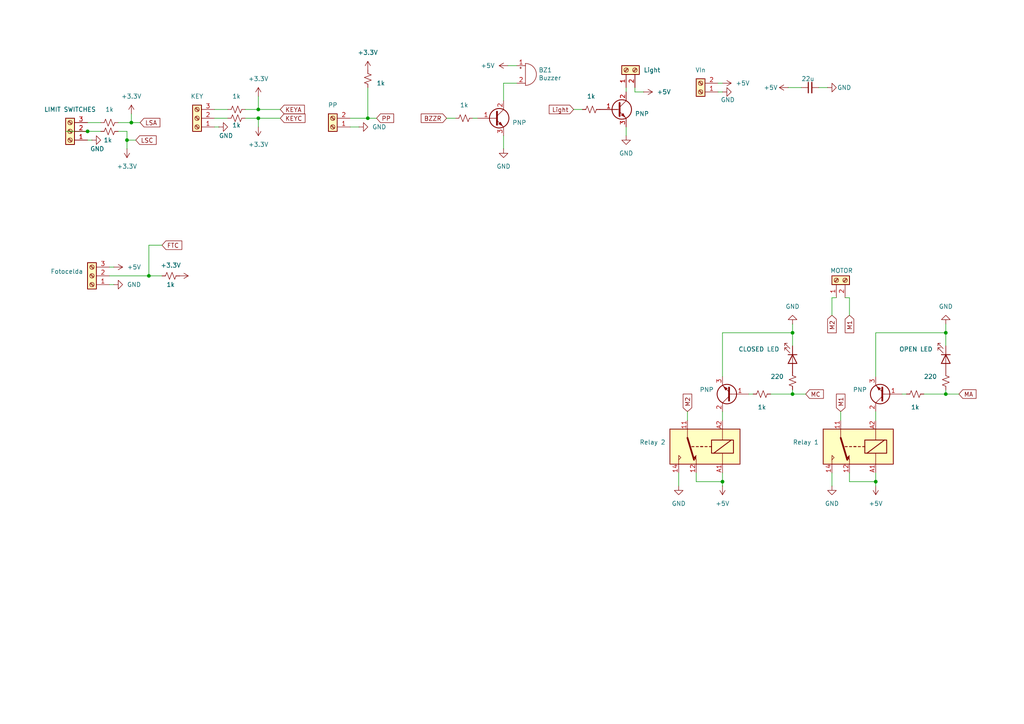
<source format=kicad_sch>
(kicad_sch (version 20231120) (generator "eeschema") (generator_version "8.0")
  (paper "A4")
  (lib_symbols
    (symbol "Connector:Screw_Terminal_01x02" (pin_names (offset 1.016) hide)
      (property "Reference" "J" (at 0 2.54 0))
      (property "Value" "Screw_Terminal_01x02" (at 0 -5.08 0))
      (symbol "Screw_Terminal_01x02_1_1"
        (rectangle (start -1.27 1.27) (end 1.27 -3.81) (stroke (width 0.254)) (fill (type background)))
        (circle (center 0 -2.54) (radius 0.635) (stroke (width 0.1524)))
        (polyline (pts (xy -0.5334 -2.2098) (xy 0.3302 -3.048)) (stroke (width 0.1524)))
        (polyline (pts (xy -0.5334 0.3302) (xy 0.3302 -0.508)) (stroke (width 0.1524)))
        (polyline (pts (xy -0.3556 -2.032) (xy 0.508 -2.8702)) (stroke (width 0.1524)))
        (polyline (pts (xy -0.3556 0.508) (xy 0.508 -0.3302)) (stroke (width 0.1524)))
        (circle (center 0 0) (radius 0.635) (stroke (width 0.1524)))
        (pin passive line (at -5.08 0 0) (length 3.81) (name "Pin_1") (number "1"))
        (pin passive line (at -5.08 -2.54 0) (length 3.81) (name "Pin_2") (number "2"))
      )
    )
    (symbol "Connector:Screw_Terminal_01x03" (pin_names (offset 1.016) hide)
      (property "Reference" "J" (at 0 5.08 0))
      (property "Value" "Screw_Terminal_01x03" (at 0 -5.08 0))
      (symbol "Screw_Terminal_01x03_1_1"
        (rectangle (start -1.27 3.81) (end 1.27 -3.81) (stroke (width 0.254)) (fill (type background)))
        (circle (center 0 -2.54) (radius 0.635) (stroke (width 0.1524)))
        (polyline (pts (xy -0.5334 -2.2098) (xy 0.3302 -3.048)) (stroke (width 0.1524)))
        (polyline (pts (xy -0.5334 0.3302) (xy 0.3302 -0.508)) (stroke (width 0.1524)))
        (polyline (pts (xy -0.5334 2.8702) (xy 0.3302 2.032)) (stroke (width 0.1524)))
        (polyline (pts (xy -0.3556 -2.032) (xy 0.508 -2.8702)) (stroke (width 0.1524)))
        (polyline (pts (xy -0.3556 0.508) (xy 0.508 -0.3302)) (stroke (width 0.1524)))
        (polyline (pts (xy -0.3556 3.048) (xy 0.508 2.2098)) (stroke (width 0.1524)))
        (circle (center 0 0) (radius 0.635) (stroke (width 0.1524)))
        (circle (center 0 2.54) (radius 0.635) (stroke (width 0.1524)))
        (pin passive line (at -5.08 2.54 0) (length 3.81) (name "Pin_1") (number "1"))
        (pin passive line (at -5.08 0 0) (length 3.81) (name "Pin_2") (number "2"))
        (pin passive line (at -5.08 -2.54 0) (length 3.81) (name "Pin_3") (number "3"))
      )
    )
    (symbol "Device:Buzzer" (pin_names (offset 0.0254) hide)
      (property "Reference" "BZ" (at 3.81 1.27 0))
      (property "Value" "Buzzer" (at 3.81 -1.27 0))
      (symbol "Buzzer_0_1"
        (arc (start 0 -3.175) (mid 3.1612 0) (end 0 3.175))
        (polyline (pts (xy -1.651 1.905) (xy -1.143 1.905)))
        (polyline (pts (xy -1.397 2.159) (xy -1.397 1.651)))
        (polyline (pts (xy 0 3.175) (xy 0 -3.175)))
      )
      (symbol "Buzzer_1_1"
        (pin passive line (at -2.54 2.54 0) (length 2.54) (name "+") (number "1"))
        (pin passive line (at -2.54 -2.54 0) (length 2.54) (name "-") (number "2"))
      )
    )
    (symbol "Device:C_Small" (pin_numbers hide) (pin_names (offset 0.254) hide)
      (property "Reference" "C" (at 0.254 1.778 0))
      (property "Value" "C_Small" (at 0.254 -2.032 0))
      (symbol "C_Small_0_1"
        (polyline (pts (xy -1.524 -0.508) (xy 1.524 -0.508)) (stroke (width 0.3302)))
        (polyline (pts (xy -1.524 0.508) (xy 1.524 0.508)) (stroke (width 0.3048)))
      )
      (symbol "C_Small_1_1"
        (pin passive line (at 0 2.54 270) (length 2.032) (name "~") (number "1"))
        (pin passive line (at 0 -2.54 90) (length 2.032) (name "~") (number "2"))
      )
    )
    (symbol "Device:LED" (pin_numbers hide) (pin_names (offset 1.016) hide)
      (property "Reference" "D" (at 0 2.54 0))
      (property "Value" "LED" (at 0 -2.54 0))
      (symbol "LED_0_1"
        (polyline (pts (xy -1.27 -1.27) (xy -1.27 1.27)) (stroke (width 0.254)))
        (polyline (pts (xy -1.27 0) (xy 1.27 0)))
        (polyline (pts (xy 1.27 -1.27) (xy 1.27 1.27) (xy -1.27 0) (xy 1.27 -1.27)) (stroke (width 0.254)))
        (polyline (pts (xy -3.048 -0.762) (xy -4.572 -2.286) (xy -3.81 -2.286) (xy -4.572 -2.286) (xy -4.572 -1.524)))
        (polyline (pts (xy -1.778 -0.762) (xy -3.302 -2.286) (xy -2.54 -2.286) (xy -3.302 -2.286) (xy -3.302 -1.524)))
      )
      (symbol "LED_1_1"
        (pin passive line (at -3.81 0 0) (length 2.54) (name "K") (number "1"))
        (pin passive line (at 3.81 0 180) (length 2.54) (name "A") (number "2"))
      )
    )
    (symbol "Device:R_Small_US" (pin_numbers hide) (pin_names (offset 0.254) hide)
      (property "Reference" "R" (at 0.762 0.508 0))
      (property "Value" "R_Small_US" (at 0.762 -1.016 0))
      (symbol "R_Small_US_1_1"
        (polyline (pts (xy 0 0) (xy 1.016 -0.381) (xy 0 -0.762) (xy -1.016 -1.143) (xy 0 -1.524)))
        (polyline (pts (xy 0 1.524) (xy 1.016 1.143) (xy 0 0.762) (xy -1.016 0.381) (xy 0 0)))
        (pin passive line (at 0 2.54 270) (length 1.016) (name "~") (number "1"))
        (pin passive line (at 0 -2.54 90) (length 1.016) (name "~") (number "2"))
      )
    )
    (symbol "Relay:FINDER-36.11"
      (property "Reference" "K" (at 11.43 3.81 0))
      (property "Value" "FINDER-36.11" (at 11.43 1.27 0))
      (symbol "FINDER-36.11_0_0"
        (polyline (pts (xy 2.54 3.81) (xy 2.54 5.08)))
        (polyline (pts (xy 7.62 3.81) (xy 7.62 5.08)))
        (polyline (pts (xy 7.62 3.81) (xy 7.62 2.54) (xy 6.985 3.175) (xy 7.62 3.81)))
      )
      (symbol "FINDER-36.11_0_1"
        (rectangle (start -10.16 5.08) (end 10.16 -5.08) (stroke (width 0.254)) (fill (type background)))
        (rectangle (start -8.255 1.905) (end -1.905 -1.905) (stroke (width 0.254)))
        (polyline (pts (xy -7.62 -1.905) (xy -2.54 1.905)) (stroke (width 0.254)))
        (polyline (pts (xy -5.08 -5.08) (xy -5.08 -1.905)))
        (polyline (pts (xy -5.08 5.08) (xy -5.08 1.905)))
        (polyline (pts (xy -1.905 0) (xy -1.27 0)) (stroke (width 0.254)))
        (polyline (pts (xy -0.635 0) (xy 0 0)) (stroke (width 0.254)))
        (polyline (pts (xy 0.635 0) (xy 1.27 0)) (stroke (width 0.254)))
        (polyline (pts (xy 0.635 0) (xy 1.27 0)) (stroke (width 0.254)))
        (polyline (pts (xy 1.905 0) (xy 2.54 0)) (stroke (width 0.254)))
        (polyline (pts (xy 3.175 0) (xy 3.81 0)) (stroke (width 0.254)))
        (polyline (pts (xy 5.08 -2.54) (xy 3.175 3.81)) (stroke (width 0.508)))
        (polyline (pts (xy 5.08 -2.54) (xy 5.08 -5.08)))
        (polyline (pts (xy 2.54 2.54) (xy 3.175 3.175) (xy 2.54 3.81)) (fill (type outline)))
      )
      (symbol "FINDER-36.11_1_1"
        (pin passive line (at 5.08 -7.62 90) (length 2.54) (name "~") (number "11"))
        (pin passive line (at 2.54 7.62 270) (length 2.54) (name "~") (number "12"))
        (pin passive line (at 7.62 7.62 270) (length 2.54) (name "~") (number "14"))
        (pin passive line (at -5.08 7.62 270) (length 2.54) (name "~") (number "A1"))
        (pin passive line (at -5.08 -7.62 90) (length 2.54) (name "~") (number "A2"))
      )
    )
    (symbol "Transistor_BJT:PZT2222A" (pin_names (offset 0) hide)
      (property "Reference" "Q" (at 5.08 1.905 0))
      (property "Value" "PZT2222A" (at 5.08 0 0))
      (symbol "PZT2222A_0_1"
        (polyline (pts (xy 0 0) (xy 0.635 0)))
        (polyline (pts (xy 2.54 -2.54) (xy 0.635 -0.635)))
        (polyline (pts (xy 2.54 2.54) (xy 0.635 0.635)))
        (polyline (pts (xy 0.635 1.905) (xy 0.635 -1.905) (xy 0.635 -1.905)) (stroke (width 0.508)))
        (polyline (pts (xy 2.286 -2.286) (xy 1.778 -1.778) (xy 1.778 -1.778)))
        (polyline (pts (xy 1.143 -1.651) (xy 1.651 -1.143) (xy 2.159 -2.159) (xy 1.143 -1.651) (xy 1.143 -1.651)) (fill (type outline)))
        (circle (center 1.27 0) (radius 2.8194) (stroke (width 0.254)))
      )
      (symbol "PZT2222A_1_1"
        (pin input line (at -5.08 0 0) (length 5.08) (name "B") (number "1"))
        (pin passive line (at 2.54 5.08 270) (length 2.54) (name "C") (number "2"))
        (pin passive line (at 2.54 -5.08 90) (length 2.54) (name "E") (number "3"))
      )
    )
    (symbol "power:+3.3V" (power) (pin_numbers hide) (pin_names (offset 0) hide)
      (property "Value" "+3.3V" (at 0 3.556 0))
      (symbol "+3.3V_0_1"
        (polyline (pts (xy -0.762 1.27) (xy 0 2.54)))
        (polyline (pts (xy 0 0) (xy 0 2.54)))
        (polyline (pts (xy 0 2.54) (xy 0.762 1.27)))
      )
      (symbol "+3.3V_1_1"
        (pin power_in line (at 0 0 90) (length 0) (name "~") (number "1"))
      )
    )
    (symbol "power:+5V" (power) (pin_numbers hide) (pin_names (offset 0) hide)
      (property "Value" "+5V" (at 0 3.556 0))
      (symbol "+5V_0_1"
        (polyline (pts (xy -0.762 1.27) (xy 0 2.54)))
        (polyline (pts (xy 0 0) (xy 0 2.54)))
        (polyline (pts (xy 0 2.54) (xy 0.762 1.27)))
      )
      (symbol "+5V_1_1"
        (pin power_in line (at 0 0 90) (length 0) (name "~") (number "1"))
      )
    )
    (symbol "power:GND" (power) (pin_numbers hide) (pin_names (offset 0) hide)
      (property "Value" "GND" (at 0 -3.81 0))
      (symbol "GND_0_1"
        (polyline (pts (xy 0 0) (xy 0 -1.27) (xy 1.27 -1.27) (xy 0 -2.54) (xy -1.27 -1.27) (xy 0 -1.27)))
      )
      (symbol "GND_1_1"
        (pin power_in line (at 0 0 270) (length 0) (name "~") (number "1"))
      )
    )
  )
  (junction (at 38.1 35.56))
  (junction (at 274.32 114.3))
  (junction (at 74.93 34.29))
  (junction (at 229.87 96.52))
  (junction (at 274.32 96.52))
  (junction (at 36.83 40.64))
  (junction (at 74.93 31.75))
  (junction (at 25.4 38.1))
  (junction (at 106.68 34.29))
  (junction (at 254 139.7))
  (junction (at 209.55 139.7))
  (junction (at 43.18 80.01))
  (junction (at 229.87 114.3))
  (wire (pts (xy 241.3 86.36) (xy 241.3 91.44)))
  (wire (pts (xy 34.29 38.1) (xy 36.83 38.1)))
  (wire (pts (xy 43.18 71.12) (xy 43.18 80.01)))
  (wire (pts (xy 25.4 38.1) (xy 29.21 38.1)))
  (wire (pts (xy 199.39 121.92) (xy 199.39 119.38)))
  (wire (pts (xy 101.6 34.29) (xy 106.68 34.29)))
  (wire (pts (xy 218.44 114.3) (xy 217.17 114.3)))
  (wire (pts (xy 241.3 140.97) (xy 241.3 137.16)))
  (wire (pts (xy 146.05 24.13) (xy 149.86 24.13)))
  (wire (pts (xy 62.23 36.83) (xy 63.5 36.83)))
  (wire (pts (xy 254 137.16) (xy 254 139.7)))
  (wire (pts (xy 74.93 31.75) (xy 81.28 31.75)))
  (wire (pts (xy 181.61 25.4) (xy 181.61 26.67)))
  (wire (pts (xy 229.87 113.03) (xy 229.87 114.3)))
  (wire (pts (xy 25.4 35.56) (xy 29.21 35.56)))
  (wire (pts (xy 274.32 114.3) (xy 278.13 114.3)))
  (wire (pts (xy 228.6 25.4) (xy 232.41 25.4)))
  (wire (pts (xy 184.15 26.67) (xy 186.69 26.67)))
  (wire (pts (xy 129.54 34.29) (xy 132.08 34.29)))
  (wire (pts (xy 229.87 96.52) (xy 229.87 93.98)))
  (wire (pts (xy 274.32 113.03) (xy 274.32 114.3)))
  (wire (pts (xy 31.75 82.55) (xy 33.02 82.55)))
  (wire (pts (xy 74.93 31.75) (xy 71.12 31.75)))
  (wire (pts (xy 209.55 96.52) (xy 229.87 96.52)))
  (wire (pts (xy 71.12 34.29) (xy 74.93 34.29)))
  (wire (pts (xy 229.87 114.3) (xy 233.68 114.3)))
  (wire (pts (xy 146.05 29.21) (xy 146.05 24.13)))
  (wire (pts (xy 274.32 100.33) (xy 274.32 96.52)))
  (wire (pts (xy 209.55 24.13) (xy 208.28 24.13)))
  (wire (pts (xy 62.23 31.75) (xy 66.04 31.75)))
  (wire (pts (xy 242.57 86.36) (xy 241.3 86.36)))
  (wire (pts (xy 74.93 34.29) (xy 74.93 36.83)))
  (wire (pts (xy 254 96.52) (xy 274.32 96.52)))
  (wire (pts (xy 146.05 39.37) (xy 146.05 43.18)))
  (wire (pts (xy 74.93 34.29) (xy 81.28 34.29)))
  (wire (pts (xy 209.55 139.7) (xy 209.55 140.97)))
  (wire (pts (xy 246.38 86.36) (xy 245.11 86.36)))
  (wire (pts (xy 31.75 80.01) (xy 43.18 80.01)))
  (wire (pts (xy 101.6 36.83) (xy 104.14 36.83)))
  (wire (pts (xy 196.85 140.97) (xy 196.85 137.16)))
  (wire (pts (xy 36.83 40.64) (xy 39.37 40.64)))
  (wire (pts (xy 201.93 139.7) (xy 209.55 139.7)))
  (wire (pts (xy 106.68 25.4) (xy 106.68 34.29)))
  (wire (pts (xy 223.52 114.3) (xy 229.87 114.3)))
  (wire (pts (xy 254 119.38) (xy 254 121.92)))
  (wire (pts (xy 208.28 26.67) (xy 209.55 26.67)))
  (wire (pts (xy 38.1 33.02) (xy 38.1 35.56)))
  (wire (pts (xy 229.87 100.33) (xy 229.87 96.52)))
  (wire (pts (xy 262.89 114.3) (xy 261.62 114.3)))
  (wire (pts (xy 36.83 40.64) (xy 36.83 43.18)))
  (wire (pts (xy 19.05 38.1) (xy 25.4 38.1)))
  (wire (pts (xy 246.38 139.7) (xy 254 139.7)))
  (wire (pts (xy 243.84 121.92) (xy 243.84 119.38)))
  (wire (pts (xy 237.49 25.4) (xy 240.03 25.4)))
  (wire (pts (xy 106.68 34.29) (xy 109.22 34.29)))
  (wire (pts (xy 43.18 80.01) (xy 46.99 80.01)))
  (wire (pts (xy 36.83 38.1) (xy 36.83 40.64)))
  (wire (pts (xy 25.4 40.64) (xy 26.67 40.64)))
  (wire (pts (xy 201.93 137.16) (xy 201.93 139.7)))
  (wire (pts (xy 147.32 19.05) (xy 149.86 19.05)))
  (wire (pts (xy 254 96.52) (xy 254 109.22)))
  (wire (pts (xy 184.15 25.4) (xy 184.15 26.67)))
  (wire (pts (xy 34.29 35.56) (xy 38.1 35.56)))
  (wire (pts (xy 46.99 71.12) (xy 43.18 71.12)))
  (wire (pts (xy 62.23 34.29) (xy 66.04 34.29)))
  (wire (pts (xy 209.55 137.16) (xy 209.55 139.7)))
  (wire (pts (xy 246.38 86.36) (xy 246.38 91.44)))
  (wire (pts (xy 209.55 119.38) (xy 209.55 121.92)))
  (wire (pts (xy 166.37 31.75) (xy 168.91 31.75)))
  (wire (pts (xy 181.61 36.83) (xy 181.61 39.37)))
  (wire (pts (xy 137.16 34.29) (xy 138.43 34.29)))
  (wire (pts (xy 38.1 35.56) (xy 40.64 35.56)))
  (wire (pts (xy 33.02 77.47) (xy 31.75 77.47)))
  (wire (pts (xy 267.97 114.3) (xy 274.32 114.3)))
  (wire (pts (xy 274.32 96.52) (xy 274.32 93.98)))
  (wire (pts (xy 246.38 137.16) (xy 246.38 139.7)))
  (wire (pts (xy 209.55 96.52) (xy 209.55 109.22)))
  (wire (pts (xy 74.93 27.94) (xy 74.93 31.75)))
  (wire (pts (xy 254 139.7) (xy 254 140.97)))
  (global_label "LSA" (shape input) (at 40.64 35.56 0) (property "Intersheetrefs" "${INTERSHEET_REFS}" (effects (hide yes))))
  (global_label "MC" (shape input) (at 233.68 114.3 0) (property "Intersheetrefs" "${INTERSHEET_REFS}" (effects (hide yes))))
  (global_label "KEYC" (shape input) (at 81.28 34.29 0) (property "Intersheetrefs" "${INTERSHEET_REFS}" (effects (hide yes))))
  (global_label "Light" (shape input) (at 166.37 31.75 180) (property "Intersheetrefs" "${INTERSHEET_REFS}" (effects (hide yes))))
  (global_label "FTC" (shape input) (at 46.99 71.12 0) (property "Intersheetrefs" "${INTERSHEET_REFS}" (effects (hide yes))))
  (global_label "M1" (shape input) (at 246.38 91.44 270) (property "Intersheetrefs" "${INTERSHEET_REFS}" (effects (hide yes))))
  (global_label "PP" (shape input) (at 109.22 34.29 0) (property "Intersheetrefs" "${INTERSHEET_REFS}" (effects (hide yes))))
  (global_label "M1" (shape input) (at 243.84 119.38 90) (property "Intersheetrefs" "${INTERSHEET_REFS}" (effects (hide yes))))
  (global_label "LSC" (shape input) (at 39.37 40.64 0) (property "Intersheetrefs" "${INTERSHEET_REFS}" (effects (hide yes))))
  (global_label "BZZR" (shape input) (at 129.54 34.29 180) (property "Intersheetrefs" "${INTERSHEET_REFS}" (effects (hide yes))))
  (global_label "KEYA" (shape input) (at 81.28 31.75 0) (property "Intersheetrefs" "${INTERSHEET_REFS}" (effects (hide yes))))
  (global_label "M2" (shape input) (at 199.39 119.38 90) (property "Intersheetrefs" "${INTERSHEET_REFS}" (effects (hide yes))))
  (global_label "MA" (shape input) (at 278.13 114.3 0) (property "Intersheetrefs" "${INTERSHEET_REFS}" (effects (hide yes))))
  (global_label "M2" (shape input) (at 241.3 91.44 270) (property "Intersheetrefs" "${INTERSHEET_REFS}" (effects (hide yes))))
  (symbol (lib_id "Device:R_Small_US") (at 68.58 31.75 90) (unit 1)
    (property "Reference" "R3" (effects (hide yes)))
    (property "Value" "1k" (at 68.58 27.94 90))
    (property "Footprint" "Resistor_SMD:R_0402_1005Metric" (effects (hide yes)))
    (property "Description" "Resistor, small US symbol" (effects (hide yes)))
  )
  (symbol (lib_id "Transistor_BJT:PZT2222A") (at 179.07 31.75 0) (unit 1)
    (property "Reference" "Q2" (effects (hide yes)))
    (property "Value" "PNP" (at 184.15 33.0199 0) (effects (justify left)))
    (property "Footprint" "Package_TO_SOT_SMD:SOT-223-3_TabPin2" (effects (hide yes)))
    (property "Datasheet" "https://www.onsemi.com/pub/Collateral/PN2222-D.PDF" (effects (hide yes)))
    (property "Description" "1A Ic, 40V Vce, NPN Transistor, General Purpose Transistor, SOT-223" (effects (hide yes)))
  )
  (symbol (lib_id "Device:LED") (at 229.87 104.14 270) (unit 1)
    (property "Reference" "D1" (effects (hide yes)))
    (property "Value" "CLOSED LED" (at 226.06 101.2826 90) (effects (justify right)))
    (property "Footprint" "LED_SMD:LED_0402_1005Metric" (effects (hide yes)))
    (property "Description" "Light emitting diode" (effects (hide yes)))
  )
  (symbol (lib_id "Relay:FINDER-36.11") (at 204.47 129.54 180) (unit 1)
    (property "Reference" "K1" (effects (hide yes)))
    (property "Value" "Relay 2" (at 193.04 128.2701 0) (effects (justify left)))
    (property "Footprint" "Relay_THT:Relay_SPDT_Finder_36.11" (effects (hide yes)))
    (property "Datasheet" "https://gfinder.findernet.com/public/attachments/36/EN/S36EN.pdf" (effects (hide yes)))
  )
  (symbol (lib_id "power:GND") (at 240.03 25.4 90) (unit 1)
    (property "Reference" "#PWR16" (effects (hide yes)))
    (property "Value" "GND" (at 244.856 25.4 90))
    (property "Description" "Power symbol creates a global label with name \"GND\" , ground" (effects (hide yes)))
  )
  (symbol (lib_id "Device:R_Small_US") (at 274.32 110.49 0) (unit 1)
    (property "Reference" "R12" (effects (hide yes)))
    (property "Value" "220" (at 271.78 109.2201 0) (effects (justify right)))
    (property "Footprint" "Resistor_SMD:R_0402_1005Metric" (effects (hide yes)))
    (property "Description" "Resistor, small US symbol" (effects (hide yes)))
  )
  (symbol (lib_id "power:+5V") (at 186.69 26.67 270) (unit 1)
    (property "Reference" "#PWR11" (effects (hide yes)))
    (property "Value" "+5V" (at 190.5 26.6699 90) (effects (justify left)))
    (property "Description" "Power symbol creates a global label with name \"+5V\"" (effects (hide yes)))
  )
  (symbol (lib_id "Device:R_Small_US") (at 134.62 34.29 90) (unit 1)
    (property "Reference" "R6" (effects (hide yes)))
    (property "Value" "1k" (at 134.62 30.48 90))
    (property "Footprint" "Resistor_SMD:R_0402_1005Metric" (effects (hide yes)))
    (property "Description" "Resistor, small US symbol" (effects (hide yes)))
  )
  (symbol (lib_id "power:GND") (at 274.32 93.98 180) (unit 1)
    (property "Reference" "#PWR25" (effects (hide yes)))
    (property "Value" "GND" (at 274.32 88.9 0))
    (property "Description" "Power symbol creates a global label with name \"GND\" , ground" (effects (hide yes)))
  )
  (symbol (lib_id "Transistor_BJT:PZT2222A") (at 256.54 114.3 180) (unit 1)
    (property "Reference" "Q4" (effects (hide yes)))
    (property "Value" "PNP" (at 251.46 113.0301 0) (effects (justify left)))
    (property "Footprint" "Package_TO_SOT_SMD:SOT-223-3_TabPin2" (effects (hide yes)))
    (property "Datasheet" "https://www.onsemi.com/pub/Collateral/PN2222-D.PDF" (effects (hide yes)))
    (property "Description" "1A Ic, 40V Vce, NPN Transistor, General Purpose Transistor, SOT-223" (effects (hide yes)))
  )
  (symbol (lib_id "power:GND") (at 196.85 140.97 0) (unit 1)
    (property "Reference" "#PWR23" (effects (hide yes)))
    (property "Value" "GND" (at 196.85 146.05 0))
    (property "Description" "Power symbol creates a global label with name \"GND\" , ground" (effects (hide yes)))
  )
  (symbol (lib_id "Relay:FINDER-36.11") (at 248.92 129.54 180) (unit 1)
    (property "Reference" "K2" (effects (hide yes)))
    (property "Value" "Relay 1" (at 237.49 128.2701 0) (effects (justify left)))
    (property "Footprint" "Relay_THT:Relay_SPDT_Finder_36.11" (effects (hide yes)))
    (property "Datasheet" "https://gfinder.findernet.com/public/attachments/36/EN/S36EN.pdf" (effects (hide yes)))
  )
  (symbol (lib_id "power:+5V") (at 33.02 77.47 270) (unit 1)
    (property "Reference" "#PWR18" (effects (hide yes)))
    (property "Value" "+5V" (at 36.83 77.4699 90) (effects (justify left)))
    (property "Description" "Power symbol creates a global label with name \"+5V\"" (effects (hide yes)))
  )
  (symbol (lib_id "Connector:Screw_Terminal_01x02") (at 203.2 26.67 180) (unit 1)
    (property "Reference" "J6" (effects (hide yes)))
    (property "Value" "VIn" (at 203.2 20.32 0))
    (property "Footprint" "TerminalBlock:TerminalBlock_bornier-2_P5.08mm" (effects (hide yes)))
    (property "Description" "Generic screw terminal, single row, 01x02, script generated (kicad-library-utils/schlib/autogen/connector/)" (effects (hide yes)))
  )
  (symbol (lib_id "power:GND") (at 229.87 93.98 180) (unit 1)
    (property "Reference" "#PWR20" (effects (hide yes)))
    (property "Value" "GND" (at 229.87 88.9 0))
    (property "Description" "Power symbol creates a global label with name \"GND\" , ground" (effects (hide yes)))
  )
  (symbol (lib_id "power:+3.3V") (at 36.83 43.18 180) (unit 1)
    (property "Reference" "#PWR3" (effects (hide yes)))
    (property "Value" "+3.3V" (at 36.83 48.26 0))
    (property "Description" "Power symbol creates a global label with name \"+3.3V\"" (effects (hide yes)))
  )
  (symbol (lib_id "Device:R_Small_US") (at 171.45 31.75 90) (unit 1)
    (property "Reference" "R7" (effects (hide yes)))
    (property "Value" "1k" (at 171.45 27.94 90))
    (property "Footprint" "Resistor_SMD:R_0402_1005Metric" (effects (hide yes)))
    (property "Description" "Resistor, small US symbol" (effects (hide yes)))
  )
  (symbol (lib_id "Transistor_BJT:PZT2222A") (at 212.09 114.3 180) (unit 1)
    (property "Reference" "Q3" (effects (hide yes)))
    (property "Value" "PNP" (at 207.01 113.0301 0) (effects (justify left)))
    (property "Footprint" "Package_TO_SOT_SMD:SOT-223-3_TabPin2" (effects (hide yes)))
    (property "Datasheet" "https://www.onsemi.com/pub/Collateral/PN2222-D.PDF" (effects (hide yes)))
    (property "Description" "1A Ic, 40V Vce, NPN Transistor, General Purpose Transistor, SOT-223" (effects (hide yes)))
  )
  (symbol (lib_id "Connector:Screw_Terminal_01x02") (at 242.57 81.28 90) (unit 1)
    (property "Reference" "J5" (effects (hide yes)))
    (property "Value" "MOTOR" (at 244.094 78.486 90))
    (property "Footprint" "TerminalBlock:TerminalBlock_bornier-2_P5.08mm" (effects (hide yes)))
    (property "Description" "Generic screw terminal, single row, 01x02, script generated (kicad-library-utils/schlib/autogen/connector/)" (effects (hide yes)))
  )
  (symbol (lib_id "power:+5V") (at 254 140.97 180) (unit 1)
    (property "Reference" "#PWR24" (effects (hide yes)))
    (property "Value" "+5V" (at 254 146.05 0))
    (property "Description" "Power symbol creates a global label with name \"+5V\"" (effects (hide yes)))
  )
  (symbol (lib_id "Device:R_Small_US") (at 229.87 110.49 0) (unit 1)
    (property "Reference" "R9" (effects (hide yes)))
    (property "Value" "220" (at 227.33 109.2201 0) (effects (justify right)))
    (property "Footprint" "Resistor_SMD:R_0402_1005Metric" (effects (hide yes)))
    (property "Description" "Resistor, small US symbol" (effects (hide yes)))
  )
  (symbol (lib_id "power:GND") (at 63.5 36.83 90) (unit 1)
    (property "Reference" "#PWR4" (effects (hide yes)))
    (property "Value" "GND" (at 63.5 39.37 90) (effects (justify right)))
    (property "Description" "Power symbol creates a global label with name \"GND\" , ground" (effects (hide yes)))
  )
  (symbol (lib_id "Connector:Screw_Terminal_01x02") (at 96.52 36.83 180) (unit 1)
    (property "Reference" "J3" (effects (hide yes)))
    (property "Value" "PP" (at 96.52 30.48 0))
    (property "Footprint" "TerminalBlock:TerminalBlock_bornier-2_P5.08mm" (effects (hide yes)))
    (property "Description" "Generic screw terminal, single row, 01x02, script generated (kicad-library-utils/schlib/autogen/connector/)" (effects (hide yes)))
  )
  (symbol (lib_id "Connector:Screw_Terminal_01x02") (at 181.61 20.32 90) (unit 1)
    (property "Reference" "J4" (effects (hide yes)))
    (property "Value" "Light" (at 186.69 20.3199 90) (effects (justify right)))
    (property "Footprint" "TerminalBlock:TerminalBlock_bornier-2_P5.08mm" (effects (hide yes)))
    (property "Description" "Generic screw terminal, single row, 01x02, script generated (kicad-library-utils/schlib/autogen/connector/)" (effects (hide yes)))
  )
  (symbol (lib_id "power:GND") (at 181.61 39.37 0) (unit 1)
    (property "Reference" "#PWR12" (effects (hide yes)))
    (property "Value" "GND" (at 181.61 44.45 0))
    (property "Description" "Power symbol creates a global label with name \"GND\" , ground" (effects (hide yes)))
  )
  (symbol (lib_id "power:GND") (at 209.55 26.67 90) (unit 1)
    (property "Reference" "#PWR14" (effects (hide yes)))
    (property "Value" "GND" (at 211.074 28.956 90))
    (property "Description" "Power symbol creates a global label with name \"GND\" , ground" (effects (hide yes)))
  )
  (symbol (lib_id "Device:R_Small_US") (at 220.98 114.3 270) (unit 1)
    (property "Reference" "R10" (effects (hide yes)))
    (property "Value" "1k" (at 220.98 118.11 90))
    (property "Footprint" "Resistor_SMD:R_0402_1005Metric" (effects (hide yes)))
    (property "Description" "Resistor, small US symbol" (effects (hide yes)))
  )
  (symbol (lib_id "power:+5V") (at 147.32 19.05 90) (unit 1)
    (property "Reference" "#PWR9" (effects (hide yes)))
    (property "Value" "+5V" (at 143.51 19.0499 90) (effects (justify left)))
    (property "Description" "Power symbol creates a global label with name \"+5V\"" (effects (hide yes)))
  )
  (symbol (lib_id "power:+3.3V") (at 38.1 33.02 0) (unit 1)
    (property "Reference" "#PWR2" (effects (hide yes)))
    (property "Value" "+3.3V" (at 38.1 27.94 0))
    (property "Description" "Power symbol creates a global label with name \"+3.3V\"" (effects (hide yes)))
  )
  (symbol (lib_id "Connector:Screw_Terminal_01x03") (at 57.15 34.29 180) (unit 1)
    (property "Reference" "J2" (effects (hide yes)))
    (property "Value" "KEY" (at 57.15 27.94 0))
    (property "Footprint" "TerminalBlock:TerminalBlock_bornier-3_P5.08mm" (effects (hide yes)))
    (property "Description" "Generic screw terminal, single row, 01x03, script generated (kicad-library-utils/schlib/autogen/connector/)" (effects (hide yes)))
  )
  (symbol (lib_id "Connector:Screw_Terminal_01x03") (at 20.32 38.1 180) (unit 1)
    (property "Reference" "J1" (effects (hide yes)))
    (property "Value" "LIMIT SWITCHES" (at 20.32 31.75 0))
    (property "Footprint" "TerminalBlock:TerminalBlock_bornier-3_P5.08mm" (effects (hide yes)))
    (property "Description" "Generic screw terminal, single row, 01x03, script generated (kicad-library-utils/schlib/autogen/connector/)" (effects (hide yes)))
  )
  (symbol (lib_id "power:+5V") (at 228.6 25.4 90) (unit 1)
    (property "Reference" "#PWR15" (effects (hide yes)))
    (property "Value" "+5V" (at 223.52 25.4 90))
    (property "Description" "Power symbol creates a global label with name \"+5V\"" (effects (hide yes)))
  )
  (symbol (lib_id "Device:LED") (at 274.32 104.14 270) (unit 1)
    (property "Reference" "D2" (effects (hide yes)))
    (property "Value" "OPEN LED" (at 270.51 101.2826 90) (effects (justify right)))
    (property "Footprint" "LED_SMD:LED_0402_1005Metric" (effects (hide yes)))
    (property "Description" "Light emitting diode" (effects (hide yes)))
  )
  (symbol (lib_id "power:GND") (at 104.14 36.83 90) (unit 1)
    (property "Reference" "#PWR7" (effects (hide yes)))
    (property "Value" "GND" (at 107.95 36.8299 90) (effects (justify right)))
    (property "Description" "Power symbol creates a global label with name \"GND\" , ground" (effects (hide yes)))
  )
  (symbol (lib_id "Device:Buzzer") (at 152.4 21.59 0) (unit 1)
    (property "Reference" "BZ1" (at 156.21 20.3199 0) (effects (justify left)))
    (property "Value" "Buzzer" (at 156.21 22.606 0) (effects (justify left)))
    (property "Footprint" "Buzzer_Beeper:Buzzer_CUI_CPT-9019S-SMT" (effects (hide yes)))
    (property "Description" "Buzzer, polarized" (effects (hide yes)))
  )
  (symbol (lib_id "Device:C_Small") (at 234.95 25.4 90) (unit 1)
    (property "Reference" "C1" (effects (hide yes)))
    (property "Value" "22u" (at 236.2262 22.86 90) (effects (justify left)))
    (property "Footprint" "Capacitor_SMD:C_0402_1005Metric" (effects (hide yes)))
    (property "Description" "Unpolarized capacitor, small symbol" (effects (hide yes)))
  )
  (symbol (lib_id "power:GND") (at 146.05 43.18 0) (unit 1)
    (property "Reference" "#PWR10" (effects (hide yes)))
    (property "Value" "GND" (at 146.05 48.26 0))
    (property "Description" "Power symbol creates a global label with name \"GND\" , ground" (effects (hide yes)))
  )
  (symbol (lib_id "power:+3.3V") (at 74.93 27.94 0) (unit 1)
    (property "Reference" "#PWR5" (effects (hide yes)))
    (property "Value" "+3.3V" (at 74.93 22.86 0))
    (property "Description" "Power symbol creates a global label with name \"+3.3V\"" (effects (hide yes)))
  )
  (symbol (lib_id "power:+5V") (at 209.55 140.97 180) (unit 1)
    (property "Reference" "#PWR21" (effects (hide yes)))
    (property "Value" "+5V" (at 209.55 146.05 0))
    (property "Description" "Power symbol creates a global label with name \"+5V\"" (effects (hide yes)))
  )
  (symbol (lib_id "power:GND") (at 241.3 140.97 0) (unit 1)
    (property "Reference" "#PWR22" (effects (hide yes)))
    (property "Value" "GND" (at 241.3 146.05 0))
    (property "Description" "Power symbol creates a global label with name \"GND\" , ground" (effects (hide yes)))
  )
  (symbol (lib_id "power:GND") (at 26.67 40.64 90) (unit 1)
    (property "Reference" "#PWR1" (effects (hide yes)))
    (property "Value" "GND" (at 26.162 43.18 90) (effects (justify right)))
    (property "Description" "Power symbol creates a global label with name \"GND\" , ground" (effects (hide yes)))
  )
  (symbol (lib_id "power:+3.3V") (at 106.68 20.32 0) (unit 1)
    (property "Reference" "#PWR8" (effects (hide yes)))
    (property "Value" "+3.3V" (at 106.68 15.24 0))
    (property "Description" "Power symbol creates a global label with name \"+3.3V\"" (effects (hide yes)))
  )
  (symbol (lib_id "Device:R_Small_US") (at 106.68 22.86 0) (unit 1)
    (property "Reference" "R5" (effects (hide yes)))
    (property "Value" "1k" (at 109.22 24.1299 0) (effects (justify left)))
    (property "Footprint" "Resistor_SMD:R_0402_1005Metric" (effects (hide yes)))
    (property "Description" "Resistor, small US symbol" (effects (hide yes)))
  )
  (symbol (lib_id "power:+3.3V") (at 52.07 80.01 270) (unit 1)
    (property "Reference" "#PWR19" (effects (hide yes)))
    (property "Value" "+3.3V" (at 49.53 76.962 90))
    (property "Description" "Power symbol creates a global label with name \"+3.3V\"" (effects (hide yes)))
  )
  (symbol (lib_id "power:GND") (at 33.02 82.55 90) (unit 1)
    (property "Reference" "#PWR17" (effects (hide yes)))
    (property "Value" "GND" (at 36.83 82.5499 90) (effects (justify right)))
    (property "Description" "Power symbol creates a global label with name \"GND\" , ground" (effects (hide yes)))
  )
  (symbol (lib_id "Device:R_Small_US") (at 265.43 114.3 270) (unit 1)
    (property "Reference" "R11" (effects (hide yes)))
    (property "Value" "1k" (at 265.43 118.11 90))
    (property "Footprint" "Resistor_SMD:R_0402_1005Metric" (effects (hide yes)))
    (property "Description" "Resistor, small US symbol" (effects (hide yes)))
  )
  (symbol (lib_id "power:+3.3V") (at 74.93 36.83 180) (unit 1)
    (property "Reference" "#PWR6" (effects (hide yes)))
    (property "Value" "+3.3V" (at 74.93 41.91 0))
    (property "Description" "Power symbol creates a global label with name \"+3.3V\"" (effects (hide yes)))
  )
  (symbol (lib_id "Connector:Screw_Terminal_01x03") (at 26.67 80.01 180) (unit 1)
    (property "Reference" "J7" (effects (hide yes)))
    (property "Value" "Fotocelda" (at 24.13 78.7401 0) (effects (justify left)))
    (property "Footprint" "TerminalBlock:TerminalBlock_bornier-3_P5.08mm" (effects (hide yes)))
    (property "Description" "Generic screw terminal, single row, 01x03, script generated (kicad-library-utils/schlib/autogen/connector/)" (effects (hide yes)))
  )
  (symbol (lib_id "Transistor_BJT:PZT2222A") (at 143.51 34.29 0) (unit 1)
    (property "Reference" "Q1" (effects (hide yes)))
    (property "Value" "PNP" (at 148.59 35.5599 0) (effects (justify left)))
    (property "Footprint" "Package_TO_SOT_SMD:SOT-223-3_TabPin2" (effects (hide yes)))
    (property "Datasheet" "https://www.onsemi.com/pub/Collateral/PN2222-D.PDF" (effects (hide yes)))
    (property "Description" "1A Ic, 40V Vce, NPN Transistor, General Purpose Transistor, SOT-223" (effects (hide yes)))
  )
  (symbol (lib_id "Device:R_Small_US") (at 31.75 35.56 90) (unit 1)
    (property "Reference" "R1" (effects (hide yes)))
    (property "Value" "1k" (at 31.75 31.75 90))
    (property "Footprint" "Resistor_SMD:R_0402_1005Metric" (effects (hide yes)))
    (property "Description" "Resistor, small US symbol" (effects (hide yes)))
  )
  (symbol (lib_id "Device:R_Small_US") (at 68.58 34.29 270) (unit 1)
    (property "Reference" "R4" (effects (hide yes)))
    (property "Value" "1k" (at 68.58 36.322 90))
    (property "Footprint" "Resistor_SMD:R_0402_1005Metric" (effects (hide yes)))
    (property "Description" "Resistor, small US symbol" (effects (hide yes)))
  )
  (symbol (lib_id "Device:R_Small_US") (at 49.53 80.01 270) (unit 1)
    (property "Reference" "R8" (effects (hide yes)))
    (property "Value" "1k" (at 48.2601 82.55 90) (effects (justify left)))
    (property "Footprint" "Resistor_SMD:R_0402_1005Metric" (effects (hide yes)))
    (property "Description" "Resistor, small US symbol" (effects (hide yes)))
  )
  (symbol (lib_id "Device:R_Small_US") (at 31.75 38.1 90) (unit 1)
    (property "Reference" "R2" (effects (hide yes)))
    (property "Value" "1k" (at 32.512 40.64 90) (effects (justify left)))
    (property "Footprint" "Resistor_SMD:R_0402_1005Metric" (effects (hide yes)))
    (property "Description" "Resistor, small US symbol" (effects (hide yes)))
  )
  (symbol (lib_id "power:+5V") (at 209.55 24.13 270) (unit 1)
    (property "Reference" "#PWR13" (effects (hide yes)))
    (property "Value" "+5V" (at 213.36 24.1299 90) (effects (justify left)))
    (property "Description" "Power symbol creates a global label with name \"+5V\"" (effects (hide yes)))
  )
)
</source>
